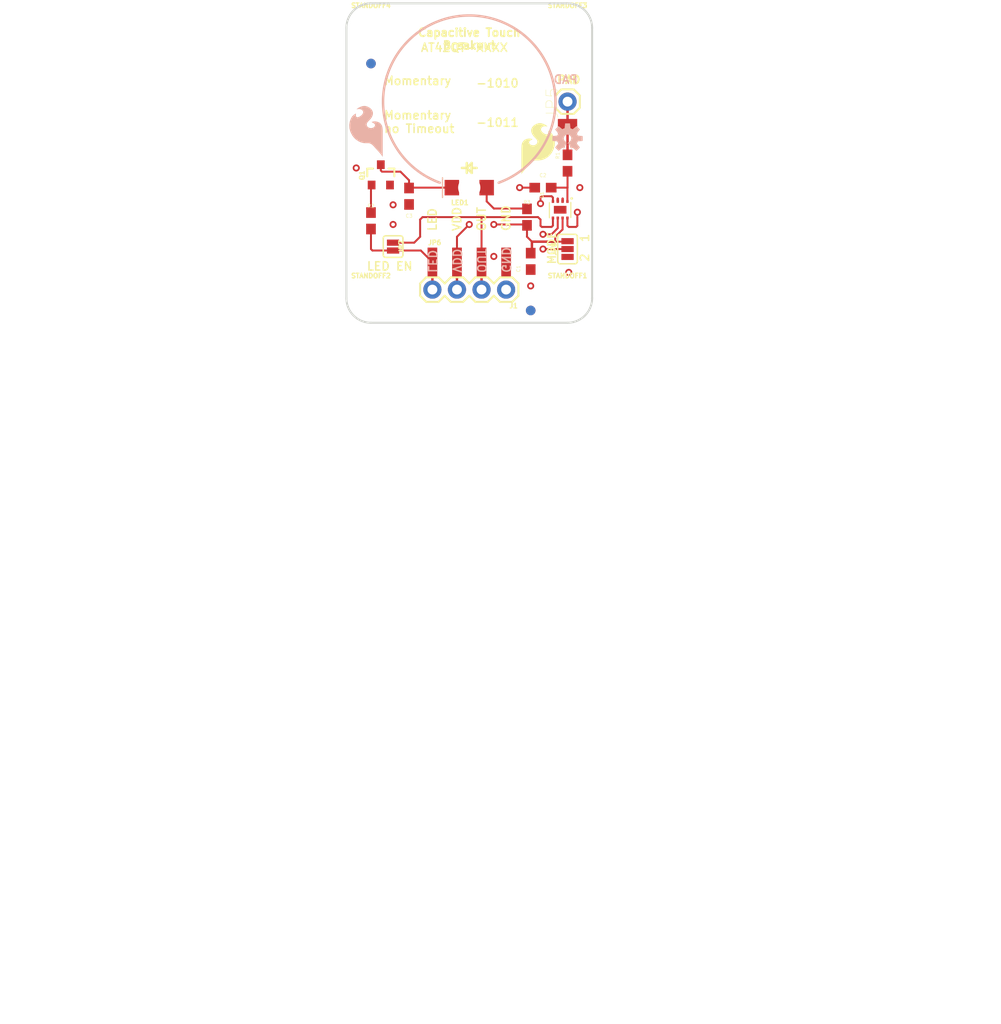
<source format=kicad_pcb>
(kicad_pcb (version 20211014) (generator pcbnew)
  (layers (0 "F.Cu" signal) (1 "In1.Cu" signal) (2 "In2.Cu" signal) (31 "B.Cu" signal) (34 "B.Paste" user) (35 "F.Paste" user) (36 "B.SilkS" user "B.Silkscreen") (37 "F.SilkS" user "F.Silkscreen") (38 "B.Mask" user) (39 "F.Mask" user) (44 "Edge.Cuts" user))
  (net 0 "")
  (net 1 "VCC")
  (net 2 "GND")
  (net 3 "OUT")
  (net 4 "LED")
  (net 5 "N$4")
  (net 6 "N$5")
  (net 7 "PAD")
  (net 8 "N$10")
  (net 9 "N$11")
  (net 10 "N$12")
  (net 11 "N$1")
  (net 12 "N$2")
  (net 13 "N$3")
  (footprint "boardEagle:SMT-JUMPER_2_NC_PASTE_SILK" (layer "F.Cu") (at 140.6271 113.6396 -90)
    (fp_text reference "JP7" (at 0 -1.143 -90) (layer "F.SilkS") (effects (font (size 0.48768 0.48768) (thickness 0.12192)) (justify bottom)))
    (fp_text value "JUMPER-SMT_2_NC_PASTE_SILK")
    (fp_line (start -0.8636 -1.016) (end 0.8636 -1.016) (layer "F.SilkS") (width 0.1524))
    (fp_line (start -1.1176 0.762) (end -1.1176 -0.762) (layer "F.SilkS") (width 0.1524))
    (fp_line (start 1.1176 0.762) (end 1.1176 -0.762) (layer "F.SilkS") (width 0.1524))
    (fp_line (start 0.8636 1.016) (end -0.8636 1.016) (layer "F.SilkS") (width 0.1524))
    (fp_arc (start 0.8636 -1.016) (mid 1.043205 -0.941605) (end 1.1176 -0.762) (layer "F.SilkS") (width 0.1524))
    (fp_arc (start -1.1176 -0.762) (mid -1.043205 -0.941605) (end -0.8636 -1.016) (layer "F.SilkS") (width 0.1524))
    (fp_arc (start 1.1176 0.762) (mid 1.043205 0.941605) (end 0.8636 1.016) (layer "F.SilkS") (width 0.1524))
    (fp_arc (start -0.8636 1.016) (mid -1.043205 0.941605) (end -1.1176 0.762) (layer "F.SilkS") (width 0.1524))
    (pad "1" smd rect (at -0.4064 0 270) (size 0.635 1.27) (layers "F.Cu" "F.Mask") (net 3 "OUT"))
    (pad "2" smd rect (at 0.4064 0 270) (size 0.635 1.27) (layers "F.Cu" "F.Mask") (net 4 "LED"))
  )
  (footprint "boardEagle:CREATIVE_COMMONS" (layer "F.Cu") (at 120.5611 139.2936)
    (fp_text reference "FRAME1" hide)
    (fp_text value "FRAME-LETTER" hide)
  )
  (footprint "boardEagle:UDFN_USON_8_PAD" (layer "F.Cu") (at 157.8991 109.8296 180)
    (fp_text reference "U1" (at 1.905 1.905 90) (layer "F.SilkS") (effects (font (size 0.35113 0.35113) (thickness 0.05527)) (justify right)))
    (fp_text value "AT42QT1010 - UDFN")
    (fp_line (start -1.1032 -0.8004) (end -1.1032 0.7496) (layer "F.SilkS") (width 0.127))
    (fp_line (start 1.114 -0.8218) (end 1.114 0.7282) (layer "F.SilkS") (width 0.127))
    (fp_circle (center -1.1938 1.1684) (end -1.1176 1.1684) (layer "F.SilkS") (width 0.127) (fill none))
    (pad "1" smd rect (at -0.75 0.8516 270) (size 0.3 0.25) (layers "F.Cu" "F.Paste" "F.Mask") (net 6 "N$5"))
    (pad "2" smd rect (at -0.25 0.8516 270) (size 0.3 0.25) (layers "F.Cu" "F.Paste" "F.Mask"))
    (pad "3" smd rect (at 0.25 0.8516 270) (size 0.3 0.25) (layers "F.Cu" "F.Paste" "F.Mask"))
    (pad "4" smd rect (at 0.75 0.8516 270) (size 0.3 0.25) (layers "F.Cu" "F.Paste" "F.Mask") (net 2 "GND"))
    (pad "5" smd rect (at 0.75 -0.8516 270) (size 0.3 0.25) (layers "F.Cu" "F.Paste" "F.Mask") (net 3 "OUT"))
    (pad "6" smd rect (at 0.25 -0.8516 270) (size 0.3 0.25) (layers "F.Cu" "F.Paste" "F.Mask") (net 13 "N$3"))
    (pad "7" smd rect (at -0.25 -0.8516 270) (size 0.3 0.25) (layers "F.Cu" "F.Paste" "F.Mask") (net 1 "VCC"))
    (pad "8" smd rect (at -0.75 -0.8516 270) (size 0.3 0.25) (layers "F.Cu" "F.Paste" "F.Mask") (net 5 "N$4"))
    (pad "P$1" smd rect (at 0 0 180) (size 1.3 0.8) (layers "F.Cu" "F.Mask"))
  )
  (footprint "boardEagle:STAND-OFF" (layer "F.Cu") (at 158.6611 91.0336)
    (fp_text reference "STANDOFF3" (at 0 -2.032) (layer "F.SilkS") (effects (font (size 0.48768 0.48768) (thickness 0.12192)) (justify bottom)))
    (fp_text value "STAND-OFF")
    (pad "" np_thru_hole circle (at 0 0) (size 3.302 3.302) (drill 3.302) (layers *.Cu *.Mask))
  )
  (footprint "boardEagle:1X04_SMD_RA_MALE" (layer "F.Cu") (at 148.5011 120.2436)
    (fp_text reference "JP6" (at -4.318 -6.731) (layer "F.SilkS") (effects (font (size 0.48768 0.48768) (thickness 0.12192)) (justify left bottom)))
    (fp_text value "SMD")
    (pad "" np_thru_hole circle (at -2.54 0) (size 1.4 1.4) (drill 1.4) (layers *.Cu *.Mask))
    (pad "" np_thru_hole circle (at 2.54 0) (size 1.4 1.4) (drill 1.4) (layers *.Cu *.Mask))
    (pad "1" smd rect (at -3.81 -5 90) (size 3 1) (layers "F.Cu" "F.Paste" "F.Mask") (net 4 "LED"))
    (pad "2" smd rect (at -1.27 -5 90) (size 3 1) (layers "F.Cu" "F.Paste" "F.Mask") (net 1 "VCC"))
    (pad "3" smd rect (at 1.27 -5 90) (size 3 1) (layers "F.Cu" "F.Paste" "F.Mask") (net 3 "OUT"))
    (pad "4" smd rect (at 3.81 -5 90) (size 3 1) (layers "F.Cu" "F.Paste" "F.Mask") (net 2 "GND"))
  )
  (footprint "boardEagle:SMT-JUMPER_3_1-NC_PASTE_SILK" (layer "F.Cu") (at 158.6611 113.8936 90)
    (fp_text reference "JP8" (at 0 -1.143 90) (layer "F.SilkS") (effects (font (size 0.48768 0.48768) (thickness 0.12192)) (justify bottom)))
    (fp_text value "JUMPER-SMT_3_1-NC_PASTE_SILK")
    (fp_line (start -1.27 -1.016) (end 1.27 -1.016) (layer "F.SilkS") (width 0.1524))
    (fp_line (start 1.27 1.016) (end -1.27 1.016) (layer "F.SilkS") (width 0.1524))
    (fp_line (start -1.524 0.762) (end -1.524 -0.762) (layer "F.SilkS") (width 0.1524))
    (fp_line (start 1.524 0.762) (end 1.524 -0.762) (layer "F.SilkS") (width 0.1524))
    (fp_arc (start -1.524 -0.762) (mid -1.449605 -0.941605) (end -1.27 -1.016) (layer "F.SilkS") (width 0.1524))
    (fp_arc (start -1.27 1.016) (mid -1.449605 0.941605) (end -1.524 0.762) (layer "F.SilkS") (width 0.1524))
    (fp_arc (start 1.27 -1.016) (mid 1.449605 -0.941605) (end 1.524 -0.762) (layer "F.SilkS") (width 0.1524))
    (fp_arc (start 1.524 0.762) (mid 1.449605 0.941605) (end 1.27 1.016) (layer "F.SilkS") (width 0.1524))
    (pad "1" smd rect (at -0.8128 0 90) (size 0.635 1.27) (layers "F.Cu" "F.Mask") (net 2 "GND"))
    (pad "2" smd rect (at 0 0 90) (size 0.635 1.27) (layers "F.Cu" "F.Mask") (net 13 "N$3"))
    (pad "3" smd rect (at 0.8128 0 90) (size 0.635 1.27) (layers "F.Cu" "F.Mask") (net 1 "VCC"))
  )
  (footprint "boardEagle:STAND-OFF" (layer "F.Cu") (at 138.3411 91.0336)
    (fp_text reference "STANDOFF4" (at 0 -2.032) (layer "F.SilkS") (effects (font (size 0.48768 0.48768) (thickness 0.12192)) (justify bottom)))
    (fp_text value "STAND-OFF")
    (pad "" np_thru_hole circle (at 0 0) (size 3.302 3.302) (drill 3.302) (layers *.Cu *.Mask))
  )
  (footprint "boardEagle:0603" (layer "F.Cu") (at 156.1211 107.5436 180)
    (fp_text reference "C2" (at -0.381 1.27) (layer "F.SilkS") (effects (font (size 0.367386 0.367386) (thickness 0.039014)) (justify right)))
    (fp_text value "10nF")
    (pad "1" smd rect (at -0.85 0 180) (size 1.1 1) (layers "F.Cu" "F.Paste" "F.Mask") (net 6 "N$5"))
    (pad "2" smd rect (at 0.85 0 180) (size 1.1 1) (layers "F.Cu" "F.Paste" "F.Mask") (net 5 "N$4"))
  )
  (footprint "boardEagle:1X04" (layer "F.Cu") (at 152.3111 118.0846 180)
    (fp_text reference "J1" (at -1.27 -1.397 180) (layer "F.SilkS") (effects (font (size 0.48768 0.48768) (thickness 0.12192)) (justify right top)))
    (fp_text value "")
    (fp_line (start 0.635 1.27) (end -0.635 1.27) (layer "F.SilkS") (width 0.2032))
    (fp_line (start 8.89 -0.635) (end 8.89 0.635) (layer "F.SilkS") (width 0.2032))
    (fp_line (start -0.635 -1.27) (end -1.27 -0.635) (layer "F.SilkS") (width 0.2032))
    (fp_line (start 1.27 -0.635) (end 1.905 -1.27) (layer "F.SilkS") (width 0.2032))
    (fp_line (start 3.81 -0.635) (end 4.445 -1.27) (layer "F.SilkS") (width 0.2032))
    (fp_line (start 3.175 -1.27) (end 3.81 -0.635) (layer "F.SilkS") (width 0.2032))
    (fp_line (start 6.985 -1.27) (end 8.255 -1.27) (layer "F.SilkS") (width 0.2032))
    (fp_line (start 5.715 -1.27) (end 6.35 -0.635) (layer "F.SilkS") (width 0.2032))
    (fp_line (start 1.27 0.635) (end 0.635 1.27) (layer "F.SilkS") (width 0.2032))
    (fp_line (start -0.635 -1.27) (end 0.635 -1.27) (layer "F.SilkS") (width 0.2032))
    (fp_line (start 4.445 1.27) (end 3.81 0.635) (layer "F.SilkS") (width 0.2032))
    (fp_line (start 6.985 -1.27) (end 6.35 -0.635) (layer "F.SilkS") (width 0.2032))
    (fp_line (start 1.905 1.27) (end 1.27 0.635) (layer "F.SilkS") (width 0.2032))
    (fp_line (start 4.445 -1.27) (end 5.715 -1.27) (layer "F.SilkS") (width 0.2032))
    (fp_line (start 0.635 -1.27) (end 1.27 -0.635) (layer "F.SilkS") (width 0.2032))
    (fp_line (start 1.905 -1.27) (end 3.175 -1.27) (layer "F.SilkS") (width 0.2032))
    (fp_line (start 8.255 1.27) (end 6.985 1.27) (layer "F.SilkS") (width 0.2032))
    (fp_line (start 8.255 -1.27) (end 8.89 -0.635) (layer "F.SilkS") (width 0.2032))
    (fp_line (start 6.35 0.635) (end 5.715 1.27) (layer "F.SilkS") (width 0.2032))
    (fp_line (start 3.175 1.27) (end 1.905 1.27) (layer "F.SilkS") (width 0.2032))
    (fp_line (start -1.27 0.635) (end -0.635 1.27) (layer "F.SilkS") (width 0.2032))
    (fp_line (start 8.89 0.635) (end 8.255 1.27) (layer "F.SilkS") (width 0.2032))
    (fp_line (start -1.27 -0.635) (end -1.27 0.635) (layer "F.SilkS") (width 0.2032))
    (fp_line (start 6.35 0.635) (end 6.985 1.27) (layer "F.SilkS") (width 0.2032))
    (fp_line (start 5.715 1.27) (end 4.445 1.27) (layer "F.SilkS") (width 0.2032))
    (fp_line (start 3.81 0.635) (end 3.175 1.27) (layer "F.SilkS") (width 0.2032))
    (pad "1" thru_hole circle (at 0 0 270) (size 1.8796 1.8796) (drill 1.016) (layers *.Cu *.Mask) (net 2 "GND"))
    (pad "2" thru_hole circle (at 2.54 0 270) (size 1.8796 1.8796) (drill 1.016) (layers *.Cu *.Mask) (net 3 "OUT"))
    (pad "3" thru_hole circle (at 5.08 0 270) (size 1.8796 1.8796) (drill 1.016) (layers *.Cu *.Mask) (net 1 "VCC"))
    (pad "4" thru_hole circle (at 7.62 0 270) (size 1.8796 1.8796) (drill 1.016) (layers *.Cu *.Mask) (net 4 "LED"))
  )
  (footprint "boardEagle:LED-1206-BOTTOM" (layer "F.Cu") (at 148.5011 107.5436 180)
    (fp_text reference "LED1" (at 0 -1.27 180) (layer "F.SilkS") (effects (font (size 0.48768 0.48768) (thickness 0.12192)) (justify right top)))
    (fp_text value "Green")
    (fp_line (start 2.7686 -1.016) (end 2.7686 1.016) (layer "B.SilkS") (width 0.127))
    (fp_line (start 2.7686 -1.016) (end 2.7686 1.016) (layer "F.SilkS") (width 0.127))
    (pad "" np_thru_hole circle (at 0 0 180) (size 2.3 2.3) (drill 2.3) (layers *.Cu *.Mask))
    (pad "A" smd rect (at -1.8 0 180) (size 1.5 1.6) (layers "F.Cu" "F.Paste" "F.Mask") (net 10 "N$12"))
    (pad "C" smd rect (at 1.8 0 180) (size 1.5 1.6) (layers "F.Cu" "F.Paste" "F.Mask") (net 9 "N$11"))
  )
  (footprint "boardEagle:1X01" (layer "F.Cu") (at 158.6611 98.6536)
    (fp_text reference "JP5" (at -1.5748 1.8542 90) (layer "F.SilkS") (effects (font (size 1.230986 1.230986) (thickness 0.039014)) (justify left)))
    (fp_text value "")
    (fp_line (start -1.27 -0.635) (end -1.27 0.635) (layer "F.SilkS") (width 0.2032))
    (fp_line (start 0.635 -1.27) (end -0.635 -1.27) (layer "F.SilkS") (width 0.2032))
    (fp_line (start -0.635 1.27) (end 0.635 1.27) (layer "F.SilkS") (width 0.2032))
    (fp_line (start 1.27 0.635) (end 1.27 -0.635) (layer "F.SilkS") (width 0.2032))
    (fp_line (start -1.27 0.635) (end -0.635 1.27) (layer "F.SilkS") (width 0.2032))
    (fp_line (start 1.27 -0.635) (end 0.635 -1.27) (layer "F.SilkS") (width 0.2032))
    (fp_line (start 0.635 1.27) (end 1.27 0.635) (layer "F.SilkS") (width 0.2032))
    (fp_line (start -0.635 -1.27) (end -1.27 -0.635) (layer "F.SilkS") (width 0.2032))
    (pad "1" thru_hole circle (at 0 0 90) (size 1.8796 1.8796) (drill 1.016) (layers *.Cu *.Mask) (net 7 "PAD"))
  )
  (footprint "boardEagle:0603" (layer "F.Cu") (at 154.8511 115.1636 -90)
    (fp_text reference "C1" (at 0.381 1.27 90) (layer "F.SilkS") (effects (font (size 0.367386 0.367386) (thickness 0.039014)) (justify right)))
    (fp_text value "0.1uF")
    (pad "1" smd rect (at -0.85 0 270) (size 1.1 1) (layers "F.Cu" "F.Paste" "F.Mask") (net 1 "VCC"))
    (pad "2" smd rect (at 0.85 0 270) (size 1.1 1) (layers "F.Cu" "F.Paste" "F.Mask") (net 2 "GND"))
  )
  (footprint "boardEagle:PAD-1.5X4.5" (layer "F.Cu") (at 158.6611 101.1936 90)
    (fp_text reference "JP9" hide)
    (fp_text value "M01SMD-4.5X1.5" hide)
    (pad "P$1" smd rect (at 0 0 90) (size 1.5 2) (layers "F.Cu" "F.Paste" "F.Mask") (net 7 "PAD"))
  )
  (footprint "boardEagle:SFE_LOGO_FLAME_.2" (layer "F.Cu") (at 153.5811 106.2736)
    (fp_text reference "LOGO1" hide)
    (fp_text value "SFE_LOGO_FLAME.2_INCH" hide)
    (fp_poly (pts (xy 2.356124 -5.387841) (xy 2.54221 -5.336151) (xy 2.696765 -5.274329) (xy 2.820715 -5.202025) (xy 2.891641 -5.151363) (xy 3.025836 -5.0619) (xy 2.88531 -5.0619) (xy 2.845311 -5.0719) (xy 2.72211 -5.0719) (xy 2.636752 -5.062416) (xy 2.563301 -5.044053) (xy 2.491409 -5.008107) (xy 2.417637 -4.943557) (xy 2.382274 -4.899352) (xy 2.354785 -4.844375) (xy 2.336905 -4.799676) (xy 2.328626 -4.75) (xy 2.337228 -4.698388) (xy 2.355 -4.636185) (xy 2.392012 -4.580668) (xy 2.440009 -4.503873) (xy 2.485908 -4.457974) (xy 2.55352 -4.400021) (xy 2.689709 -4.302743) (xy 2.763874 -4.265661) (xy 2.895336 -4.2281) (xy 2.952181 -4.2281) (xy 3.008246 -4.252128) (xy 3.049745 -4.293627) (xy 3.073607 -4.333397) (xy 3.09127 -4.439377) (xy 3.0819 -4.486227) (xy 3.0819 -4.618742) (xy 3.303873 -4.480009) (xy 3.480861 -4.303021) (xy 3.614896 -4.055572) (xy 3.717119 -3.769347) (xy 3.768264 -3.431786) (xy 3.747805 -3.073743) (xy 3.645669 -2.706055) (xy 3.452264 -2.329424) (xy 3.308996 -2.145223) (xy 3.155643 -1.981646) (xy 2.981788 -1.848698) (xy 2.788079 -1.726356) (xy 2.582909 -1.634029) (xy 2.357412 -1.57253) (xy 2.112372 -1.5419) (xy 1.725104 -1.5419) (xy 1.622976 -1.514047) (xy 1.518969 -1.466771) (xy 1.42376 -1.400124) (xy 1.326228 -1.312346) (xy 1.218056 -1.204174) (xy 1.108517 -1.074719) (xy 0.977919 -0.934075) (xy 0.858086 -0.804255) (xy 0.748687 -0.684911) (xy 0.648805 -0.565052) (xy 0.559226 -0.465519) (xy 0.489518 -0.375893) (xy 0.427975 -0.304094) (xy 0.391313 -0.267431) (xy 0.3119 -0.108606) (xy 0.3119 -2.841002) (xy 0.322025 -3.033368) (xy 0.342559 -3.197641) (xy 0.384528 -3.344532) (xy 0.44803 -3.460954) (xy 0.521382 -3.555263) (xy 0.605727 -3.639608) (xy 0.702167 -3.703902) (xy 0.807873 -3.746184) (xy 0.921241 -3.777103) (xy 1.026227 -3.7981) (xy 1.212708 -3.7981) (xy 1.289909 -3.787071) (xy 1.34311 -3.765791) (xy 1.366183 -3.7581) (xy 1.461982 -3.7581) (xy 1.382569 -3.678687) (xy 1.357039 -3.665922) (xy 1.315621 -3.645214) (xy 1.268829 -3.626497) (xy 1.233336 -3.599877) (xy 1.185451 -3.561569) (xy 1.148854 -3.524972) (xy 1.12419 -3.492086) (xy 1.1081 -3.443817) (xy 1.1081 -3.385336) (xy 1.125661 -3.323874) (xy 1.151313 -3.272569) (xy 1.205908 -3.217974) (xy 1.269129 -3.163785) (xy 1.351037 -3.136482) (xy 1.455104 -3.1081) (xy 1.604664 -3.1081) (xy 1.733815 -3.145) (xy 1.84488 -3.219044) (xy 1.926058 -3.309241) (xy 1.9619 -3.425729) (xy 1.9619 -3.551547) (xy 1.897724 -3.689068) (xy 1.772099 -3.834019) (xy 1.601271 -4.004847) (xy 1.467539 -4.179728) (xy 1.374405 -4.365995) (xy 1.3219 -4.544513) (xy 1.3219 -4.726526) (xy 1.385749 -4.907432) (xy 1.501641 -5.076002) (xy 1.67885 -5.221939) (xy 1.916748 -5.34606) (xy 2.146668 -5.398314)) (layer "F.SilkS") (width 0) (fill solid))
  )
  (footprint "boardEagle:FIDUCIAL-1X2" (layer "F.Cu") (at 154.8511 120.2436)
    (fp_text reference "FID2" hide)
    (fp_text value "FIDUCIAL1X2" hide)
    (pad "1" smd roundrect (at 0 0) (size 1 1) (layers "F.Cu" "F.Mask") (roundrect_rratio 0.5))
  )
  (footprint "boardEagle:STAND-OFF" (layer "F.Cu") (at 138.3411 118.9736)
    (fp_text reference "STANDOFF2" (at 0 -2.032) (layer "F.SilkS") (effects (font (size 0.48768 0.48768) (thickness 0.12192)) (justify bottom)))
    (fp_text value "STAND-OFF")
    (pad "" np_thru_hole circle (at 0 0) (size 3.302 3.302) (drill 3.302) (layers *.Cu *.Mask))
  )
  (footprint "boardEagle:FIDUCIAL-1X2" (layer "F.Cu") (at 138.3411 94.7166)
    (fp_text reference "FID1" hide)
    (fp_text value "FIDUCIAL1X2" hide)
    (pad "1" smd roundrect (at 0 0) (size 1 1) (layers "F.Cu" "F.Mask") (roundrect_rratio 0.5))
  )
  (footprint "boardEagle:SOT23-3" (layer "F.Cu") (at 139.3571 106.2736)
    (fp_text reference "Q1" (at -1.651 0 90) (layer "F.SilkS") (effects (font (size 0.48768 0.48768) (thickness 0.12192)) (justify bottom)))
    (fp_text value "600mA/40V")
    (fp_line (start 0.8 -0.7) (end 1.4 -0.7) (layer "F.SilkS") (width 0.2032))
    (fp_line (start -1.4 -0.7) (end -1.4 0.1) (layer "F.SilkS") (width 0.2032))
    (fp_line (start -0.8 -0.7) (end -1.4 -0.7) (layer "F.SilkS") (width 0.2032))
    (fp_line (start 1.4 -0.7) (end 1.4 0.1) (layer "F.SilkS") (width 0.2032))
    (pad "1" smd rect (at -0.95 1) (size 0.8 0.9) (layers "F.Cu" "F.Paste" "F.Mask") (net 8 "N$10"))
    (pad "2" smd rect (at 0.95 1) (size 0.8 0.9) (layers "F.Cu" "F.Paste" "F.Mask") (net 2 "GND"))
    (pad "3" smd rect (at 0 -1.1) (size 0.8 0.9) (layers "F.Cu" "F.Paste" "F.Mask") (net 9 "N$11"))
  )
  (footprint "boardEagle:STAND-OFF" (layer "F.Cu") (at 158.6611 118.9736)
    (fp_text reference "STANDOFF1" (at 0 -2.032) (layer "F.SilkS") (effects (font (size 0.48768 0.48768) (thickness 0.12192)) (justify bottom)))
    (fp_text value "STAND-OFF")
    (pad "" np_thru_hole circle (at 0 0) (size 3.302 3.302) (drill 3.302) (layers *.Cu *.Mask))
  )
  (footprint "boardEagle:0603" (layer "F.Cu") (at 138.3411 110.9726 90)
    (fp_text reference "R2" (at 1.524 -0.381) (layer "F.SilkS") (effects (font (size 0.367386 0.367386) (thickness 0.039014)) (justify left)))
    (fp_text value "2.2k")
    (pad "1" smd rect (at -0.85 0 90) (size 1.1 1) (layers "F.Cu" "F.Paste" "F.Mask") (net 4 "LED"))
    (pad "2" smd rect (at 0.85 0 90) (size 1.1 1) (layers "F.Cu" "F.Paste" "F.Mask") (net 8 "N$10"))
  )
  (footprint "boardEagle:0603" (layer "F.Cu") (at 158.6611 105.0036 90)
    (fp_text reference "R1" (at 0.381 -1.016 90) (layer "F.SilkS") (effects (font (size 0.367386 0.367386) (thickness 0.039014)) (justify left)))
    (fp_text value "10k")
    (pad "1" smd rect (at -0.85 0 90) (size 1.1 1) (layers "F.Cu" "F.Paste" "F.Mask") (net 6 "N$5"))
    (pad "2" smd rect (at 0.85 0 90) (size 1.1 1) (layers "F.Cu" "F.Paste" "F.Mask") (net 7 "PAD"))
  )
  (footprint "boardEagle:ORDERING_INSTRUCTIONS" (layer "F.Cu") (at 100.2411 143.1036)
    (fp_text reference "U$1" hide)
    (fp_text value "SPECIAL_INSTRUCTIONS-ORDERING" hide)
  )
  (footprint "boardEagle:0603" (layer "F.Cu") (at 154.4701 110.5916 -90)
    (fp_text reference "R3" (at -1.524 0.381) (layer "F.SilkS") (effects (font (size 0.367386 0.367386) (thickness 0.039014)) (justify left)))
    (fp_text value "200")
    (pad "1" smd rect (at -0.85 0 270) (size 1.1 1) (layers "F.Cu" "F.Paste" "F.Mask") (net 10 "N$12"))
    (pad "2" smd rect (at 0.85 0 270) (size 1.1 1) (layers "F.Cu" "F.Paste" "F.Mask") (net 1 "VCC"))
  )
  (footprint "boardEagle:0603" (layer "F.Cu") (at 142.2781 108.4326 -90)
    (fp_text reference "C3" (at 2.032 0.381) (layer "F.SilkS") (effects (font (size 0.367386 0.367386) (thickness 0.039014)) (justify left)))
    (fp_text value "10nF")
    (pad "1" smd rect (at -0.85 0 270) (size 1.1 1) (layers "F.Cu" "F.Paste" "F.Mask") (net 9 "N$11"))
    (pad "2" smd rect (at 0.85 0 270) (size 1.1 1) (layers "F.Cu" "F.Paste" "F.Mask") (net 2 "GND"))
  )
  (footprint "boardEagle:FIDUCIAL-1X2" (layer "B.Cu") (at 138.3411 94.7166 180)
    (fp_text reference "FID4" hide)
    (fp_text value "FIDUCIAL1X2" hide)
    (pad "1" smd roundrect (at 0 0 180) (size 1 1) (layers "B.Cu" "B.Mask") (roundrect_rratio 0.5))
  )
  (footprint "boardEagle:SFE_LOGO_FLAME_.2" (layer "B.Cu") (at 139.8651 104.4956 180)
    (fp_text reference "LOGO4" hide)
    (fp_text value "SFE_LOGO_FLAME.2_INCH" hide)
    (fp_poly (pts (xy 2.356124 5.387841) (xy 2.54221 5.336151) (xy 2.696765 5.274329) (xy 2.820715 5.202025) (xy 2.891641 5.151363) (xy 3.025836 5.0619) (xy 2.88531 5.0619) (xy 2.845311 5.0719) (xy 2.72211 5.0719) (xy 2.636752 5.062416) (xy 2.563301 5.044053) (xy 2.491409 5.008107) (xy 2.417637 4.943557) (xy 2.382274 4.899352) (xy 2.354785 4.844375) (xy 2.336905 4.799676) (xy 2.328626 4.75) (xy 2.337228 4.698388) (xy 2.355 4.636185) (xy 2.392012 4.580668) (xy 2.440009 4.503873) (xy 2.485908 4.457974) (xy 2.55352 4.400021) (xy 2.689709 4.302743) (xy 2.763874 4.265661) (xy 2.895336 4.2281) (xy 2.952181 4.2281) (xy 3.008246 4.252128) (xy 3.049745 4.293627) (xy 3.073607 4.333397) (xy 3.09127 4.439377) (xy 3.0819 4.486227) (xy 3.0819 4.618742) (xy 3.303873 4.480009) (xy 3.480861 4.303021) (xy 3.614896 4.055572) (xy 3.717119 3.769347) (xy 3.768264 3.431786) (xy 3.747805 3.073743) (xy 3.645669 2.706055) (xy 3.452264 2.329424) (xy 3.308996 2.145223) (xy 3.155643 1.981646) (xy 2.981788 1.848698) (xy 2.788079 1.726356) (xy 2.582909 1.634029) (xy 2.357412 1.57253) (xy 2.112372 1.5419) (xy 1.725104 1.5419) (xy 1.622976 1.514047) (xy 1.518969 1.466771) (xy 1.42376 1.400124) (xy 1.326228 1.312346) (xy 1.218056 1.204174) (xy 1.108517 1.074719) (xy 0.977919 0.934075) (xy 0.858086 0.804255) (xy 0.748687 0.684911) (xy 0.648805 0.565052) (xy 0.559226 0.465519) (xy 0.489518 0.375893) (xy 0.427975 0.304094) (xy 0.391313 0.267431) (xy 0.3119 0.108606) (xy 0.3119 2.841002) (xy 0.322025 3.033368) (xy 0.342559 3.197641) (xy 0.384528 3.344532) (xy 0.44803 3.460954) (xy 0.521382 3.555263) (xy 0.605727 3.639608) (xy 0.702167 3.703902) (xy 0.807873 3.746184) (xy 0.921241 3.777103) (xy 1.026227 3.7981) (xy 1.212708 3.7981) (xy 1.289909 3.787071) (xy 1.34311 3.765791) (xy 1.366183 3.7581) (xy 1.461982 3.7581) (xy 1.382569 3.678687) (xy 1.357039 3.665922) (xy 1.315621 3.645214) (xy 1.268829 3.626497) (xy 1.233336 3.599877) (xy 1.185451 3.561569) (xy 1.148854 3.524972) (xy 1.12419 3.492086) (xy 1.1081 3.443817) (xy 1.1081 3.385336) (xy 1.125661 3.323874) (xy 1.151313 3.272569) (xy 1.205908 3.217974) (xy 1.269129 3.163785) (xy 1.351037 3.136482) (xy 1.455104 3.1081) (xy 1.604664 3.1081) (xy 1.733815 3.145) (xy 1.84488 3.219044) (xy 1.926058 3.309241) (xy 1.9619 3.425729) (xy 1.9619 3.551547) (xy 1.897724 3.689068) (xy 1.772099 3.834019) (xy 1.601271 4.004847) (xy 1.467539 4.179728) (xy 1.374405 4.365995) (xy 1.3219 4.544513) (xy 1.3219 4.726526) (xy 1.385749 4.907432) (xy 1.501641 5.076002) (xy 1.67885 5.221939) (xy 1.916748 5.34606) (xy 2.146668 5.398314)) (layer "B.SilkS") (width 0) (fill solid))
  )
  (footprint "boardEagle:FIDUCIAL-1X2" (layer "B.Cu") (at 154.8511 120.2436 180)
    (fp_text reference "FID3" hide)
    (fp_text value "FIDUCIAL1X2" hide)
    (pad "1" smd roundrect (at 0 0 180) (size 1 1) (layers "B.Cu" "B.Mask") (roundrect_rratio 0.5))
  )
  (footprint "boardEagle:OSHW-LOGO-S" (layer "B.Cu") (at 158.6611 102.4636 180)
    (fp_text reference "LOGO2" hide)
    (fp_text value "OSHW-LOGOS" hide)
    (fp_poly (pts (xy 0.301647 1.061351) (xy 0.42347 1.022344) (xy 0.537177 0.963769) (xy 0.92862 1.282946) (xy 1.282946 0.92862) (xy 0.961035 0.533823) (xy 1.057046 0.302084) (xy 1.5638 0.250561) (xy 1.5638 -0.250561) (xy 1.057046 -0.302084) (xy 0.961035 -0.533823) (xy 1.282946 -0.92862) (xy 0.92862 -1.282946) (xy 0.537177 -0.96377) (xy 0.356601 -1.056794) (xy 0.088679 -0.410073) (xy 0.326262 -0.2176) (xy 0.373649 -0.121468) (xy 0.392729 -0.010339) (xy 0.379464 0.101634) (xy 0.334947 0.205229) (xy 0.262842 0.291918) (xy 0.169087 0.354561) (xy 0.061406 0.387999) (xy -0.051342 0.38948) (xy -0.159868 0.358881) (xy -0.255234 0.298724) (xy -0.329589 0.213962) (xy -0.376813 0.111569) (xy -0.392176 0.005767) (xy -0.322923 -0.222565) (xy -0.249312 -0.303773) (xy 0.091677 -0.5081) (xy -0.12929 -0.5081) (xy -0.355332 -1.053732) (xy -0.506597 -0.983577) (xy -0.538922 -0.965192) (xy -0.92862 -1.282946) (xy -1.282946 -0.92862) (xy -0.961035 -0.533823) (xy -1.057046 -0.302084) (xy -1.5638 -0.250561) (xy -1.5638 0.250561) (xy -1.057046 0.302084) (xy -0.961035 0.533823) (xy -1.282946 0.92862) (xy -0.92862 1.282946) (xy -0.533823 0.961035) (xy -0.302084 1.057046) (xy -0.250561 1.5638) (xy 0.250561 1.5638)) (layer "B.SilkS") (width 0) (fill solid))
  )
  (gr_arc (start 145.4531 107.0356) (mid 148.5011 89.749533) (end 151.5491 107.0356) (layer "B.SilkS") (width 0.254))
  (gr_line (start 148.7551 106.0196) (end 148.2471 105.5116) (layer "F.SilkS") (width 0.254))
  (gr_line (start 148.2471 105.5116) (end 148.2471 106.0196) (layer "F.SilkS") (width 0.254))
  (gr_line (start 148.2471 105.0036) (end 148.2471 105.5116) (layer "F.SilkS") (width 0.254))
  (gr_line (start 148.7551 105.0036) (end 148.7551 105.5116) (layer "F.SilkS") (width 0.254))
  (gr_line (start 148.7551 105.5116) (end 148.7551 106.0196) (layer "F.SilkS") (width 0.254))
  (gr_line (start 148.2471 105.5116) (end 147.7391 105.5116) (layer "F.SilkS") (width 0.254))
  (gr_line (start 148.7551 105.5116) (end 149.2631 105.5116) (layer "F.SilkS") (width 0.254))
  (gr_line (start 148.2471 105.5116) (end 148.7551 105.0036) (layer "F.SilkS") (width 0.254))
  (gr_line (start 161.2011 91.0336) (end 161.2011 118.9736) (layer "Edge.Cuts") (width 0.2032))
  (gr_arc (start 135.8011 91.0336) (mid 136.545049 89.237549) (end 138.3411 88.4936) (layer "Edge.Cuts") (width 0.2032))
  (gr_line (start 138.3411 88.4936) (end 158.6611 88.4936) (layer "Edge.Cuts") (width 0.2032))
  (gr_line (start 158.6611 121.5136) (end 138.3411 121.5136) (layer "Edge.Cuts") (width 0.2032))
  (gr_line (start 135.8011 118.9736) (end 135.8011 91.0336) (layer "Edge.Cuts") (width 0.2032))
  (gr_arc (start 158.6611 88.4936) (mid 160.457151 89.237549) (end 161.2011 91.0336) (layer "Edge.Cuts") (width 0.2032))
  (gr_arc (start 161.2011 118.9736) (mid 160.457151 120.769651) (end 158.6611 121.5136) (layer "Edge.Cuts") (width 0.2032))
  (gr_arc (start 138.3411 121.5136) (mid 136.545049 120.769651) (end 135.8011 118.9736) (layer "Edge.Cuts") (width 0.2032))
  (gr_text "VDD" (at 147.2311 116.4336 -90) (layer "B.SilkS") (effects (font (size 0.8636 0.8636) (thickness 0.1524)) (justify left mirror)))
  (gr_text "GND" (at 152.3111 116.4336 -90) (layer "B.SilkS") (effects (font (size 0.8636 0.8636) (thickness 0.1524)) (justify left mirror)))
  (gr_text "OUT" (at 149.7711 116.4336 -90) (layer "B.SilkS") (effects (font (size 0.8636 0.8636) (thickness 0.1524)) (justify left mirror)))
  (gr_text "LED" (at 144.6911 116.4336 -90) (layer "B.SilkS") (effects (font (size 0.8636 0.8636) (thickness 0.1524)) (justify left mirror)))
  (gr_text "PAD" (at 157.1371 96.3676) (layer "B.SilkS") (effects (font (size 0.8636 0.8636) (thickness 0.1524)) (justify right mirror)))
  (gr_text "Capacitive Touch\nBreakout\n" (at 148.5011 93.3196) (layer "F.SilkS") (effects (font (size 0.82296 0.82296) (thickness 0.19304)) (justify bottom)))
  (gr_text "1" (at 160.9471 113.2586 90) (layer "F.SilkS") (effects (font (size 0.8636 0.8636) (thickness 0.1524)) (justify left bottom)))
  (gr_text "MODE" (at 157.5181 115.5446 90) (layer "F.SilkS") (effects (font (size 0.82042 0.82042) (thickness 0.14478)) (justify left bottom)))
  (gr_text "AT42QT-XXXX" (at 143.4211 93.5736) (layer "F.SilkS") (effects (font (size 0.8636 0.8636) (thickness 0.1524)) (justify left bottom)))
  (gr_text "Momentary" (at 139.6111 97.0026) (layer "F.SilkS") (effects (font (size 0.8636 0.8636) (thickness 0.1524)) (justify left bottom)))
  (gr_text "-1011" (at 149.1361 101.3206) (layer "F.SilkS") (effects (font (size 0.8636 0.8636) (thickness 0.1524)) (justify left bottom)))
  (gr_text "LED" (at 144.6911 112.1156 90) (layer "F.SilkS") (effects (font (size 0.8636 0.8636) (thickness 0.1524)) (justify left)))
  (gr_text "GND" (at 152.3111 112.1156 90) (layer "F.SilkS") (effects (font (size 0.8636 0.8636) (thickness 0.1524)) (justify left)))
  (gr_text "OUT" (at 149.7711 112.1156 90) (layer "F.SilkS") (effects (font (size 0.8636 0.8636) (thickness 0.1524)) (justify left)))
  (gr_text "2" (at 160.9471 115.2906 90) (layer "F.SilkS") (effects (font (size 0.8636 0.8636) (thickness 0.1524)) (justify left bottom)))
  (gr_text "-1010" (at 149.1361 97.2566) (layer "F.SilkS") (effects (font (size 0.8636 0.8636) (thickness 0.1524)) (justify left bottom)))
  (gr_text "Momentary \nno Timeout" (at 139.6111 101.9556) (layer "F.SilkS") (effects (font (size 0.8636 0.8636) (thickness 0.1524)) (justify left bottom)))
  (gr_text "PAD" (at 158.7881 96.8756) (layer "F.SilkS") (effects (font (size 0.82296 0.82296) (thickness 0.19304)) (justify bottom)))
  (gr_text "VDD" (at 147.2311 112.1156 90) (layer "F.SilkS") (effects (font (size 0.8636 0.8636) (thickness 0.1524)) (justify left)))
  (gr_text "LED EN" (at 137.8331 116.1796) (layer "F.SilkS") (effects (font (size 0.8636 0.8636) (thickness 0.1524)) (justify left bottom)))
  (segment (start 147.2311 115.2436) (end 147.2311 112.6236) (width 0.2032) (layer "F.Cu") (net 1))
  (segment (start 154.9781 113.1316) (end 154.4701 112.6236) (width 0.2032) (layer "F.Cu") (net 1))
  (segment (start 154.9781 113.1316) (end 154.9781 114.1866) (width 0.254) (layer "F.Cu") (net 1))
  (segment (start 157.3911 113.1316) (end 158.6611 113.1316) (width 0.2032) (layer "F.Cu") (net 1))
  (segment (start 158.1491 111.8656) (end 157.3911 112.6236) (width 0.2032) (layer "F.Cu") (net 1))
  (segment (start 157.3911 112.6236) (end 157.3911 113.1316) (width 0.2032) (layer "F.Cu") (net 1))
  (segment (start 147.2311 118.0846) (end 147.2311 115.2436) (width 0.254) (layer "F.Cu") (net 1))
  (segment (start 147.2311 112.6236) (end 148.5011 111.3536) (width 0.2032) (layer "F.Cu") (net 1))
  (segment (start 158.6611 113.1316) (end 158.6611 113.0808) (width 0.2032) (layer "F.Cu") (net 1))
  (segment (start 158.1491 110.6812) (end 158.1491 111.8656) (width 0.2032) (layer "F.Cu") (net 1))
  (segment (start 154.9781 113.1316) (end 157.3911 113.1316) (width 0.254) (layer "F.Cu") (net 1))
  (segment (start 154.9781 114.1866) (end 154.8511 114.3136) (width 0.254) (layer "F.Cu") (net 1))
  (segment (start 151.0411 111.3536) (end 154.3821 111.3536) (width 0.2032) (layer "F.Cu") (net 1))
  (segment (start 154.3821 111.3536) (end 154.4701 111.4416) (width 0.2032) (layer "F.Cu") (net 1))
  (segment (start 154.4701 111.4416) (end 154.4701 112.6236) (width 0.2032) (layer "F.Cu") (net 1))
  (via blind (at 151.0411 111.3536) (size 0.7366) (drill 0.381) (layers "F.Cu" "In2.Cu") (net 1))
  (via blind (at 148.5011 111.3536) (size 0.7366) (drill 0.381) (layers "F.Cu" "In2.Cu") (net 1))
  (segment (start 157.1491 108.5716) (end 157.0101 108.4326) (width 0.2032) (layer "F.Cu") (net 2))
  (segment (start 155.8671 109.1946) (end 155.8671 108.5596) (width 0.2032) (layer "F.Cu") (net 2))
  (segment (start 157.1491 108.978) (end 157.1491 108.5716) (width 0.2032) (layer "F.Cu") (net 2))
  (segment (start 155.9941 108.4326) (end 157.0101 108.4326) (width 0.2032) (layer "F.Cu") (net 2))
  (segment (start 155.8671 108.5596) (end 155.9941 108.4326) (width 0.2032) (layer "F.Cu") (net 2))
  (via blind (at 159.9311 107.5436) (size 0.7366) (drill 0.381) (layers "F.Cu" "In2.Cu") (net 2))
  (via blind (at 151.0411 114.6556) (size 0.7366) (drill 0.381) (layers "F.Cu" "In2.Cu") (net 2))
  (via blind (at 140.6271 109.3216) (size 0.7366) (drill 0.381) (layers "F.Cu" "In2.Cu") (net 2))
  (via blind (at 140.6271 111.3536) (size 0.7366) (drill 0.381) (layers "F.Cu" "In2.Cu") (net 2))
  (via blind (at 158.7881 116.3066) (size 0.7366) (drill 0.381) (layers "F.Cu" "In2.Cu") (net 2))
  (via blind (at 155.8671 109.1946) (size 0.7366) (drill 0.381) (layers "F.Cu" "In2.Cu") (net 2))
  (via blind (at 136.8171 105.5116) (size 0.7366) (drill 0.381) (layers "F.Cu" "In2.Cu") (net 2))
  (via blind (at 154.8511 117.7036) (size 0.7366) (drill 0.381) (layers "F.Cu" "In2.Cu") (net 2))
  (segment (start 155.9941 111.6076) (end 155.8671 111.4806) (width 0.2032) (layer "F.Cu") (net 3))
  (segment (start 155.8671 110.8456) (end 155.6131 110.5916) (width 0.2032) (layer "F.Cu") (net 3))
  (segment (start 157.1491 110.6812) (end 157.1491 111.4686) (width 0.2032) (layer "F.Cu") (net 3))
  (segment (start 149.7711 110.5916) (end 149.7711 115.2436) (width 0.2032) (layer "F.Cu") (net 3))
  (segment (start 142.8115 113.2332) (end 143.4211 112.6236) (width 0.2032) (layer "F.Cu") (net 3))
  (segment (start 143.4211 110.8456) (end 143.6751 110.5916) (width 0.2032) (layer "F.Cu") (net 3))
  (segment (start 157.1491 111.4686) (end 157.0101 111.6076) (width 0.2032) (layer "F.Cu") (net 3))
  (segment (start 140.6271 113.2332) (end 142.8115 113.2332) (width 0.2032) (layer "F.Cu") (net 3))
  (segment (start 155.8671 111.4806) (end 155.8671 110.8456) (width 0.2032) (layer "F.Cu") (net 3))
  (segment (start 149.7711 115.2436) (end 149.7711 118.0846) (width 0.254) (layer "F.Cu") (net 3))
  (segment (start 157.0101 111.6076) (end 155.9941 111.6076) (width 0.2032) (layer "F.Cu") (net 3))
  (segment (start 143.6751 110.5916) (end 149.7711 110.5916) (width 0.2032) (layer "F.Cu") (net 3))
  (segment (start 155.6131 110.5916) (end 149.7711 110.5916) (width 0.2032) (layer "F.Cu") (net 3))
  (segment (start 143.4211 112.6236) (end 143.4211 110.8456) (width 0.2032) (layer "F.Cu") (net 3))
  (segment (start 144.6911 115.2436) (end 144.6911 118.0846) (width 0.254) (layer "F.Cu") (net 4))
  (segment (start 144.6911 115.2436) (end 143.4935 114.046) (width 0.2032) (layer "F.Cu") (net 4))
  (segment (start 138.3411 113.8936) (end 138.3411 111.8226) (width 0.2032) (layer "F.Cu") (net 4))
  (segment (start 140.6271 114.046) (end 138.4935 114.046) (width 0.2032) (layer "F.Cu") (net 4))
  (segment (start 143.4935 114.046) (end 140.6271 114.046) (width 0.2032) (layer "F.Cu") (net 4))
  (segment (start 140.4747 113.8936) (end 140.6271 114.046) (width 0.2032) (layer "F.Cu") (net 4))
  (segment (start 138.4935 114.046) (end 138.3411 113.8936) (width 0.2032) (layer "F.Cu") (net 4))
  (segment (start 159.5501 111.6076) (end 159.6771 111.4806) (width 0.2032) (layer "F.Cu") (net 5))
  (segment (start 158.7881 111.6076) (end 159.5501 111.6076) (width 0.2032) (layer "F.Cu") (net 5))
  (segment (start 153.7081 107.5436) (end 155.2711 107.5436) (width 0.2032) (layer "F.Cu") (net 5))
  (segment (start 155.2711 107.5436) (end 155.3591 107.5436) (width 0.254) (layer "F.Cu") (net 5))
  (segment (start 158.6491 111.4686) (end 158.7881 111.6076) (width 0.2032) (layer "F.Cu") (net 5))
  (segment (start 158.6491 110.6812) (end 158.6491 111.4686) (width 0.2032) (layer "F.Cu") (net 5))
  (segment (start 159.6771 111.4806) (end 159.6771 110.0836) (width 0.2032) (layer "F.Cu") (net 5))
  (via blind (at 159.6771 110.0836) (size 0.7366) (drill 0.381) (layers "F.Cu" "In2.Cu") (net 5))
  (via blind (at 153.7081 107.5436) (size 0.7366) (drill 0.381) (layers "F.Cu" "In2.Cu") (net 5))
  (segment (start 158.6611 107.5436) (end 156.9711 107.5436) (width 0.2032) (layer "F.Cu") (net 6))
  (segment (start 158.6491 107.5556) (end 158.6611 107.5436) (width 0.2032) (layer "F.Cu") (net 6))
  (segment (start 158.6611 105.8536) (end 158.6611 107.5436) (width 0.2032) (layer "F.Cu") (net 6))
  (segment (start 158.6491 108.978) (end 158.6491 107.5556) (width 0.2032) (layer "F.Cu") (net 6))
  (segment (start 158.6611 101.1936) (end 158.6611 98.6536) (width 0.254) (layer "F.Cu") (net 7))
  (segment (start 158.6611 104.1536) (end 158.6611 101.1936) (width 0.254) (layer "F.Cu") (net 7))
  (segment (start 138.3411 107.3396) (end 138.4071 107.2736) (width 0.2032) (layer "F.Cu") (net 8))
  (segment (start 138.3411 110.1226) (end 138.3411 107.3396) (width 0.2032) (layer "F.Cu") (net 8))
  (segment (start 139.3571 105.1736) (end 139.3571 105.7656) (width 0.2032) (layer "F.Cu") (net 9))
  (segment (start 142.2781 106.7816) (end 142.2781 107.5826) (width 0.2032) (layer "F.Cu") (net 9))
  (segment (start 146.7011 107.5436) (end 142.3171 107.5436) (width 0.2032) (layer "F.Cu") (net 9))
  (segment (start 142.3171 107.5436) (end 142.2781 107.5826) (width 0.2032) (layer "F.Cu") (net 9))
  (segment (start 141.3891 105.8926) (end 142.2781 106.7816) (width 0.2032) (layer "F.Cu") (net 9))
  (segment (start 139.3571 105.7656) (end 139.4841 105.8926) (width 0.2032) (layer "F.Cu") (net 9))
  (segment (start 139.4841 105.8926) (end 141.3891 105.8926) (width 0.2032) (layer "F.Cu") (net 9))
  (segment (start 150.3011 107.5436) (end 150.3011 108.9626) (width 0.2032) (layer "F.Cu") (net 10))
  (segment (start 150.3011 108.9626) (end 151.0411 109.7026) (width 0.2032) (layer "F.Cu") (net 10))
  (segment (start 151.0411 109.7026) (end 154.4311 109.7026) (width 0.2032) (layer "F.Cu") (net 10))
  (segment (start 154.4701 109.7416) (end 154.4701 109.7026) (width 0.2032) (layer "F.Cu") (net 10))
  (segment (start 154.4311 109.7026) (end 154.4701 109.7416) (width 0.2032) (layer "F.Cu") (net 10))
  (segment (start 157.6451 108.9406) (end 157.6451 108.6866) (width 0.254) (layer "F.Cu") (net 11))
  (segment (start 158.1531 108.9406) (end 158.1531 108.6866) (width 0.254) (layer "F.Cu") (net 12))
  (segment (start 158.6611 113.8936) (end 156.1211 113.8936) (width 0.2032) (layer "F.Cu") (net 13))
  (segment (start 157.0101 112.3696) (end 156.1211 112.3696) (width 0.2032) (layer "F.Cu") (net 13))
  (segment (start 157.6491 110.6812) (end 157.6451 110.6812) (width 0.2032) (layer "F.Cu") (net 13))
  (segment (start 157.6451 111.7346) (end 157.0101 112.3696) (width 0.2032) (layer "F.Cu") (net 13))
  (segment (start 157.6451 110.6812) (end 157.6451 111.7346) (width 0.2032) (layer "F.Cu") (net 13))
  (via blind (at 156.1211 112.3696) (size 0.7366) (drill 0.381) (layers "F.Cu" "In2.Cu") (net 13))
  (via blind (at 156.1211 113.8936) (size 0.7366) (drill 0.381) (layers "F.Cu" "In2.Cu") (net 13))
)
</source>
